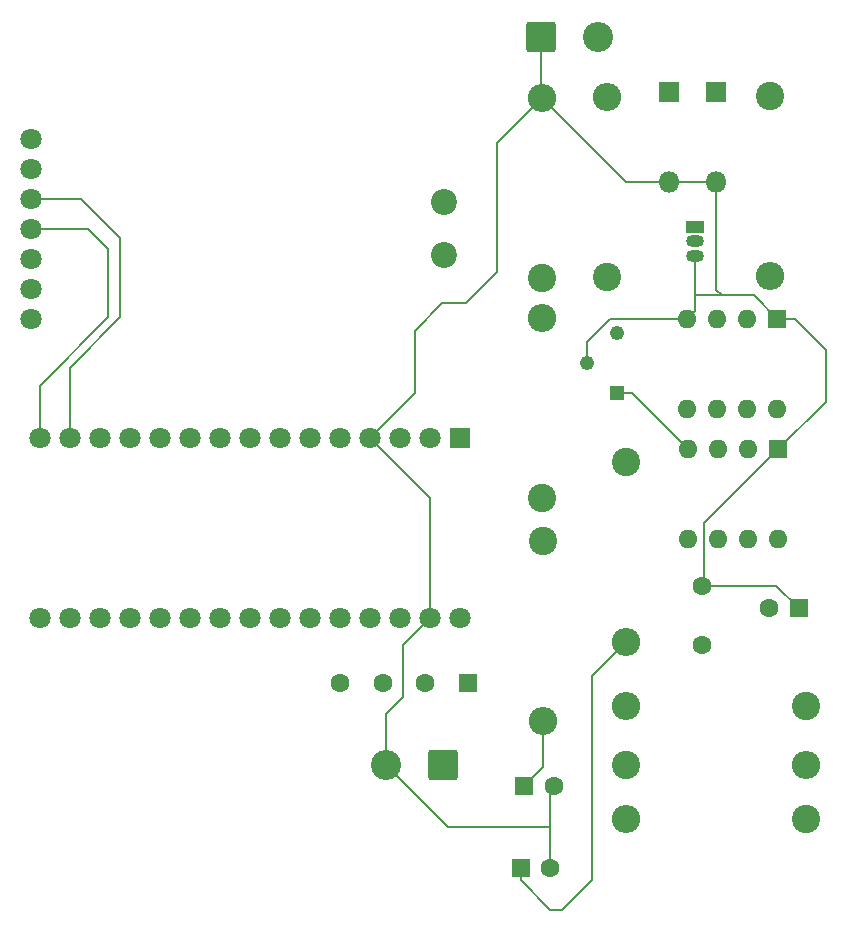
<source format=gbr>
%TF.GenerationSoftware,KiCad,Pcbnew,8.0.6*%
%TF.CreationDate,2025-02-27T20:48:21-07:00*%
%TF.ProjectId,Tachometerkicad,54616368-6f6d-4657-9465-726b69636164,rev?*%
%TF.SameCoordinates,Original*%
%TF.FileFunction,Copper,L2,Bot*%
%TF.FilePolarity,Positive*%
%FSLAX46Y46*%
G04 Gerber Fmt 4.6, Leading zero omitted, Abs format (unit mm)*
G04 Created by KiCad (PCBNEW 8.0.6) date 2025-02-27 20:48:21*
%MOMM*%
%LPD*%
G01*
G04 APERTURE LIST*
G04 Aperture macros list*
%AMRoundRect*
0 Rectangle with rounded corners*
0 $1 Rounding radius*
0 $2 $3 $4 $5 $6 $7 $8 $9 X,Y pos of 4 corners*
0 Add a 4 corners polygon primitive as box body*
4,1,4,$2,$3,$4,$5,$6,$7,$8,$9,$2,$3,0*
0 Add four circle primitives for the rounded corners*
1,1,$1+$1,$2,$3*
1,1,$1+$1,$4,$5*
1,1,$1+$1,$6,$7*
1,1,$1+$1,$8,$9*
0 Add four rect primitives between the rounded corners*
20,1,$1+$1,$2,$3,$4,$5,0*
20,1,$1+$1,$4,$5,$6,$7,0*
20,1,$1+$1,$6,$7,$8,$9,0*
20,1,$1+$1,$8,$9,$2,$3,0*%
G04 Aperture macros list end*
%TA.AperFunction,ComponentPad*%
%ADD10C,1.800000*%
%TD*%
%TA.AperFunction,ComponentPad*%
%ADD11C,2.200000*%
%TD*%
%TA.AperFunction,ComponentPad*%
%ADD12R,1.600000X1.600000*%
%TD*%
%TA.AperFunction,ComponentPad*%
%ADD13C,1.600000*%
%TD*%
%TA.AperFunction,ComponentPad*%
%ADD14R,1.800000X1.800000*%
%TD*%
%TA.AperFunction,ComponentPad*%
%ADD15C,2.400000*%
%TD*%
%TA.AperFunction,ComponentPad*%
%ADD16O,2.400000X2.400000*%
%TD*%
%TA.AperFunction,ComponentPad*%
%ADD17R,1.500000X1.050000*%
%TD*%
%TA.AperFunction,ComponentPad*%
%ADD18O,1.500000X1.050000*%
%TD*%
%TA.AperFunction,ComponentPad*%
%ADD19RoundRect,0.250000X0.550000X0.550000X-0.550000X0.550000X-0.550000X-0.550000X0.550000X-0.550000X0*%
%TD*%
%TA.AperFunction,ComponentPad*%
%ADD20R,1.222000X1.222000*%
%TD*%
%TA.AperFunction,ComponentPad*%
%ADD21C,1.222000*%
%TD*%
%TA.AperFunction,ComponentPad*%
%ADD22O,1.800000X1.800000*%
%TD*%
%TA.AperFunction,ComponentPad*%
%ADD23O,1.600000X1.600000*%
%TD*%
%TA.AperFunction,ComponentPad*%
%ADD24RoundRect,0.249999X1.025001X1.025001X-1.025001X1.025001X-1.025001X-1.025001X1.025001X-1.025001X0*%
%TD*%
%TA.AperFunction,ComponentPad*%
%ADD25C,2.550000*%
%TD*%
%TA.AperFunction,ComponentPad*%
%ADD26RoundRect,0.249999X-1.025001X-1.025001X1.025001X-1.025001X1.025001X1.025001X-1.025001X1.025001X0*%
%TD*%
%TA.AperFunction,Conductor*%
%ADD27C,0.200000*%
%TD*%
G04 APERTURE END LIST*
D10*
%TO.P,UNIT_2,1,INT*%
%TO.N,unconnected-(UNIT_2-INT-Pad1)*%
X47000000Y-54740000D03*
%TO.P,UNIT_2,2,SCK*%
%TO.N,SCK*%
X47000000Y-57280000D03*
%TO.P,UNIT_2,3,SI*%
%TO.N,SI*%
X47000000Y-59820000D03*
%TO.P,UNIT_2,4,SO*%
%TO.N,SO*%
X47000000Y-62360000D03*
%TO.P,UNIT_2,5,CS*%
%TO.N,CS*%
X47000000Y-64900000D03*
%TO.P,UNIT_2,6,GND*%
%TO.N,GND*%
X47000000Y-67440000D03*
%TO.P,UNIT_2,7,VCC*%
%TO.N,+5V*%
X47000000Y-69980000D03*
D11*
%TO.P,UNIT_2,8,High_CAN*%
%TO.N,High*%
X81980000Y-60120000D03*
%TO.P,UNIT_2,9,Low_CAN*%
%TO.N,Low*%
X81980000Y-64620000D03*
%TD*%
D12*
%TO.P,C1,1*%
%TO.N,Net-(C1-Pad1)*%
X88794888Y-109500000D03*
D13*
%TO.P,C1,2*%
%TO.N,GND*%
X91294888Y-109500000D03*
%TD*%
D14*
%TO.P,UNIT_1,1,D1/TX*%
%TO.N,unconnected-(UNIT_1-D1{slash}TX-Pad1)*%
X83300000Y-80100000D03*
D10*
%TO.P,UNIT_1,2,D0/RX*%
%TO.N,unconnected-(UNIT_1-D0{slash}RX-Pad2)*%
X80760000Y-80100000D03*
%TO.P,UNIT_1,3,RESET*%
%TO.N,unconnected-(UNIT_1-RESET-Pad3)*%
X78220000Y-80100000D03*
%TO.P,UNIT_1,4,COM/GND*%
%TO.N,GND*%
X75680000Y-80100000D03*
%TO.P,UNIT_1,5,D2*%
%TO.N,unconnected-(UNIT_1-D2-Pad5)*%
X73140000Y-80100000D03*
%TO.P,UNIT_1,6,D3*%
%TO.N,unconnected-(UNIT_1-D3-Pad6)*%
X70600000Y-80100000D03*
%TO.P,UNIT_1,7,D4*%
%TO.N,unconnected-(UNIT_1-D4-Pad7)*%
X68060000Y-80100000D03*
%TO.P,UNIT_1,8,D5*%
%TO.N,unconnected-(UNIT_1-D5-Pad8)*%
X65520000Y-80100000D03*
%TO.P,UNIT_1,9,D6*%
%TO.N,unconnected-(UNIT_1-D6-Pad9)*%
X62980000Y-80100000D03*
%TO.P,UNIT_1,10,D7*%
%TO.N,unconnected-(UNIT_1-D7-Pad10)*%
X60440000Y-80100000D03*
%TO.P,UNIT_1,11,D8*%
%TO.N,unconnected-(UNIT_1-D8-Pad11)*%
X57900000Y-80100000D03*
%TO.P,UNIT_1,12,D9*%
%TO.N,unconnected-(UNIT_1-D9-Pad12)*%
X55360000Y-80100000D03*
%TO.P,UNIT_1,13,D10*%
%TO.N,unconnected-(UNIT_1-D10-Pad13)*%
X52820000Y-80100000D03*
%TO.P,UNIT_1,14,D11/MOSI*%
%TO.N,SI*%
X50280000Y-80100000D03*
%TO.P,UNIT_1,15,D12/MISO*%
%TO.N,SO*%
X47740000Y-80100000D03*
%TO.P,UNIT_1,16,D13/SCK*%
%TO.N,SCK*%
X47740000Y-95340000D03*
%TO.P,UNIT_1,17,3V3*%
%TO.N,+3V*%
X50280000Y-95340000D03*
%TO.P,UNIT_1,18,AREF*%
%TO.N,unconnected-(UNIT_1-AREF-Pad18)*%
X52820000Y-95340000D03*
%TO.P,UNIT_1,19,A0*%
%TO.N,arduino input*%
X55360000Y-95340000D03*
%TO.P,UNIT_1,20,A1*%
%TO.N,unconnected-(UNIT_1-A1-Pad20)*%
X57900000Y-95340000D03*
%TO.P,UNIT_1,21,A2*%
%TO.N,unconnected-(UNIT_1-A2-Pad21)*%
X60440000Y-95340000D03*
%TO.P,UNIT_1,22,A3*%
%TO.N,unconnected-(UNIT_1-A3-Pad22)*%
X62980000Y-95340000D03*
%TO.P,UNIT_1,23,A4*%
%TO.N,SDA*%
X65520000Y-95340000D03*
%TO.P,UNIT_1,24,A5*%
%TO.N,SCL*%
X68060000Y-95340000D03*
%TO.P,UNIT_1,25,A6*%
%TO.N,unconnected-(UNIT_1-A6-Pad25)*%
X70600000Y-95340000D03*
%TO.P,UNIT_1,26,A7*%
%TO.N,unconnected-(UNIT_1-A7-Pad26)*%
X73140000Y-95340000D03*
%TO.P,UNIT_1,27,+5V*%
%TO.N,+5V*%
X75680000Y-95340000D03*
%TO.P,UNIT_1,28,RESET*%
%TO.N,unconnected-(UNIT_1-RESET-Pad28)*%
X78220000Y-95340000D03*
%TO.P,UNIT_1,29,COM/GND*%
%TO.N,GND*%
X80760000Y-95340000D03*
%TO.P,UNIT_1,30,VIN*%
%TO.N,unconnected-(UNIT_1-VIN-Pad30)*%
X83300000Y-95340000D03*
%TD*%
D15*
%TO.P,R6,1*%
%TO.N,Net-(R4-Pad2)*%
X112620000Y-112300000D03*
D16*
%TO.P,R6,2*%
%TO.N,+5v*%
X97380000Y-112300000D03*
%TD*%
D17*
%TO.P,Q1,1,C*%
%TO.N,Comparator input*%
X103250000Y-62200000D03*
D18*
%TO.P,Q1,2,B*%
%TO.N,Net-(Q1-B)*%
X103250000Y-63430000D03*
%TO.P,Q1,3,E*%
%TO.N,GND*%
X103250000Y-64700000D03*
%TD*%
D12*
%TO.P,C3,1*%
%TO.N,GND*%
X112031000Y-94500000D03*
D13*
%TO.P,C3,2*%
%TO.N,Net-(U1-DIS)*%
X109500000Y-94500000D03*
%TD*%
D15*
%TO.P,R10,1*%
%TO.N,555 input*%
X90300000Y-66520000D03*
D16*
%TO.P,R10,2*%
%TO.N,GND*%
X90300000Y-51280000D03*
%TD*%
D15*
%TO.P,R11,1*%
%TO.N,Net-(C1-Pad1)*%
X97400000Y-82080000D03*
D16*
%TO.P,R11,2*%
%TO.N,arduino input*%
X97400000Y-97320000D03*
%TD*%
D19*
%TO.P,J4,1,Pin_1*%
%TO.N,Low*%
X84000000Y-100800000D03*
D13*
%TO.P,J4,2,Pin_2*%
%TO.N,High*%
X80400000Y-100800000D03*
%TO.P,J4,3,Pin_3*%
%TO.N,Low*%
X76800000Y-100800000D03*
%TO.P,J4,4,Pin_4*%
%TO.N,High*%
X73200000Y-100800000D03*
%TD*%
D15*
%TO.P,R1,1*%
%TO.N,Possitive*%
X95800000Y-66420000D03*
D16*
%TO.P,R1,2*%
%TO.N,Net-(D1-K)*%
X95800000Y-51180000D03*
%TD*%
D20*
%TO.P,VR1,1*%
%TO.N,+5v*%
X96600000Y-76240000D03*
D21*
%TO.P,VR1,2*%
%TO.N,GND*%
X94060000Y-73700000D03*
%TO.P,VR1,3*%
%TO.N,Net-(U2--)*%
X96600000Y-71160000D03*
%TD*%
D15*
%TO.P,R7,1*%
%TO.N,Net-(U1-DIS)*%
X112620000Y-102800000D03*
D16*
%TO.P,R7,2*%
%TO.N,Net-(R4-Pad1)*%
X97380000Y-102800000D03*
%TD*%
D14*
%TO.P,D2,1,K*%
%TO.N,Net-(D1-K)*%
X101000000Y-50795000D03*
D22*
%TO.P,D2,2,A*%
%TO.N,GND*%
X101000000Y-58415000D03*
%TD*%
D15*
%TO.P,R2,1*%
%TO.N,Net-(D1-K)*%
X109600000Y-51080000D03*
D16*
%TO.P,R2,2*%
%TO.N,Net-(Q1-B)*%
X109600000Y-66320000D03*
%TD*%
D15*
%TO.P,R3,1*%
%TO.N,+5v*%
X90300000Y-85120000D03*
D16*
%TO.P,R3,2*%
%TO.N,Comparator input*%
X90300000Y-69880000D03*
%TD*%
D12*
%TO.P,U1,1,GND*%
%TO.N,GND*%
X110300000Y-81000000D03*
D23*
%TO.P,U1,2,TR*%
%TO.N,555 input*%
X107760000Y-81000000D03*
%TO.P,U1,3,Q*%
%TO.N,555 output*%
X105220000Y-81000000D03*
%TO.P,U1,4,R*%
%TO.N,+5v*%
X102680000Y-81000000D03*
%TO.P,U1,5,CV*%
%TO.N,Net-(U1-CV)*%
X102680000Y-88620000D03*
%TO.P,U1,6,THR*%
%TO.N,Net-(U1-DIS)*%
X105220000Y-88620000D03*
%TO.P,U1,7,DIS*%
X107760000Y-88620000D03*
%TO.P,U1,8,VCC*%
%TO.N,+5v*%
X110300000Y-88620000D03*
%TD*%
D24*
%TO.P,J3,1,Pin_1*%
%TO.N,+5v*%
X81900000Y-107800000D03*
D25*
%TO.P,J3,2,Pin_2*%
%TO.N,GND*%
X77100000Y-107800000D03*
%TD*%
D26*
%TO.P,J1,1,Pin_1*%
%TO.N,GND*%
X90200000Y-46100000D03*
D25*
%TO.P,J1,2,Pin_2*%
%TO.N,Possitive*%
X95000000Y-46100000D03*
%TD*%
D15*
%TO.P,R4,1*%
%TO.N,Net-(R4-Pad1)*%
X97380000Y-107800000D03*
D16*
%TO.P,R4,2*%
%TO.N,Net-(R4-Pad2)*%
X112620000Y-107800000D03*
%TD*%
D13*
%TO.P,C4,1*%
%TO.N,Net-(U1-CV)*%
X103820000Y-97600000D03*
%TO.P,C4,2*%
%TO.N,GND*%
X103820000Y-92600000D03*
%TD*%
D12*
%TO.P,U2,1,GND*%
%TO.N,GND*%
X110200000Y-70000000D03*
D23*
%TO.P,U2,2,+*%
%TO.N,Comparator input*%
X107660000Y-70000000D03*
%TO.P,U2,3,-*%
%TO.N,Net-(U2--)*%
X105120000Y-70000000D03*
%TO.P,U2,4,V-*%
%TO.N,GND*%
X102580000Y-70000000D03*
%TO.P,U2,5,BAL*%
%TO.N,unconnected-(U2-BAL-Pad5)*%
X102580000Y-77620000D03*
%TO.P,U2,6,STRB*%
%TO.N,unconnected-(U2-STRB-Pad6)*%
X105120000Y-77620000D03*
%TO.P,U2,7*%
%TO.N,555 input*%
X107660000Y-77620000D03*
%TO.P,U2,8,V+*%
%TO.N,+5v*%
X110200000Y-77620000D03*
%TD*%
D12*
%TO.P,C2,1*%
%TO.N,arduino input*%
X88500000Y-116500000D03*
D13*
%TO.P,C2,2*%
%TO.N,GND*%
X91000000Y-116500000D03*
%TD*%
D15*
%TO.P,R5,1*%
%TO.N,555 output*%
X90400000Y-88780000D03*
D16*
%TO.P,R5,2*%
%TO.N,Net-(C1-Pad1)*%
X90400000Y-104020000D03*
%TD*%
D14*
%TO.P,D1,1,K*%
%TO.N,Net-(D1-K)*%
X105000000Y-50790000D03*
D22*
%TO.P,D1,2,A*%
%TO.N,GND*%
X105000000Y-58410000D03*
%TD*%
D27*
%TO.N,GND*%
X111670000Y-70000000D02*
X114310000Y-72640000D01*
X110200000Y-70000000D02*
X111670000Y-70000000D01*
X114310000Y-76990000D02*
X110300000Y-81000000D01*
X114310000Y-72640000D02*
X114310000Y-76990000D01*
%TO.N,SO*%
X47740000Y-80100000D02*
X47740000Y-75630000D01*
X47740000Y-75630000D02*
X53550000Y-69820000D01*
X53550000Y-69820000D02*
X53550000Y-64060000D01*
X51850000Y-62360000D02*
X47000000Y-62360000D01*
X53550000Y-64060000D02*
X51850000Y-62360000D01*
%TO.N,SI*%
X50280000Y-80100000D02*
X50280000Y-74110000D01*
X50280000Y-74110000D02*
X54570000Y-69820000D01*
X54570000Y-69820000D02*
X54570000Y-63152943D01*
X54570000Y-63152943D02*
X51237057Y-59820000D01*
X51237057Y-59820000D02*
X47000000Y-59820000D01*
%TO.N,Net-(C1-Pad1)*%
X90400000Y-104020000D02*
X90400000Y-107894888D01*
X90400000Y-107894888D02*
X88794888Y-109500000D01*
%TO.N,GND*%
X75680000Y-80100000D02*
X79500000Y-76280000D01*
X104000000Y-92420000D02*
X103820000Y-92600000D01*
X103820000Y-92600000D02*
X110131000Y-92600000D01*
X108200000Y-68000000D02*
X105500000Y-68000000D01*
X105000000Y-67500000D02*
X105500000Y-68000000D01*
X105500000Y-68000000D02*
X103250000Y-68000000D01*
X101000000Y-58415000D02*
X101005000Y-58410000D01*
X102580000Y-70000000D02*
X103250000Y-69330000D01*
X78500000Y-102000000D02*
X78500000Y-97600000D01*
X83500000Y-68680000D02*
X83820000Y-68680000D01*
X90300000Y-51280000D02*
X97435000Y-58415000D01*
X90200000Y-51180000D02*
X90300000Y-51280000D01*
X75680000Y-80100000D02*
X80760000Y-85180000D01*
X103250000Y-69330000D02*
X103250000Y-68000000D01*
X104000000Y-87300000D02*
X104000000Y-92420000D01*
X91000000Y-113000000D02*
X91000000Y-109794888D01*
X103250000Y-68000000D02*
X103250000Y-64700000D01*
X105000000Y-58410000D02*
X105000000Y-67500000D01*
X79500000Y-76280000D02*
X79500000Y-71000000D01*
X94060000Y-71940000D02*
X96000000Y-70000000D01*
X91000000Y-109794888D02*
X91294888Y-109500000D01*
X97435000Y-58415000D02*
X101000000Y-58415000D01*
X91000000Y-116500000D02*
X91000000Y-113000000D01*
X86500000Y-55080000D02*
X90300000Y-51280000D01*
X110200000Y-70000000D02*
X108200000Y-68000000D01*
X79500000Y-71000000D02*
X81820000Y-68680000D01*
X101005000Y-58410000D02*
X105000000Y-58410000D01*
X102950000Y-65000000D02*
X103250000Y-64700000D01*
X91000000Y-113000000D02*
X82300000Y-113000000D01*
X81820000Y-68680000D02*
X83500000Y-68680000D01*
X94060000Y-73700000D02*
X94060000Y-71940000D01*
X80760000Y-85180000D02*
X80760000Y-95340000D01*
X82300000Y-113000000D02*
X77100000Y-107800000D01*
X96000000Y-70000000D02*
X102580000Y-70000000D01*
X110131000Y-92600000D02*
X112031000Y-94500000D01*
X83820000Y-68680000D02*
X86500000Y-66000000D01*
X86500000Y-66000000D02*
X86500000Y-55080000D01*
X90200000Y-46100000D02*
X90200000Y-51180000D01*
X77100000Y-103400000D02*
X78500000Y-102000000D01*
X110300000Y-81000000D02*
X104000000Y-87300000D01*
X78500000Y-97600000D02*
X80760000Y-95340000D01*
X77100000Y-107800000D02*
X77100000Y-103400000D01*
%TO.N,arduino input*%
X97400000Y-97320000D02*
X94500000Y-100220000D01*
X92000000Y-120000000D02*
X91000000Y-120000000D01*
X94500000Y-117500000D02*
X92000000Y-120000000D01*
X94500000Y-100220000D02*
X94500000Y-117500000D01*
X91000000Y-120000000D02*
X88500000Y-117500000D01*
X88500000Y-117500000D02*
X88500000Y-116500000D01*
%TO.N,+5v*%
X96600000Y-76240000D02*
X97920000Y-76240000D01*
X97920000Y-76240000D02*
X102680000Y-81000000D01*
%TD*%
M02*

</source>
